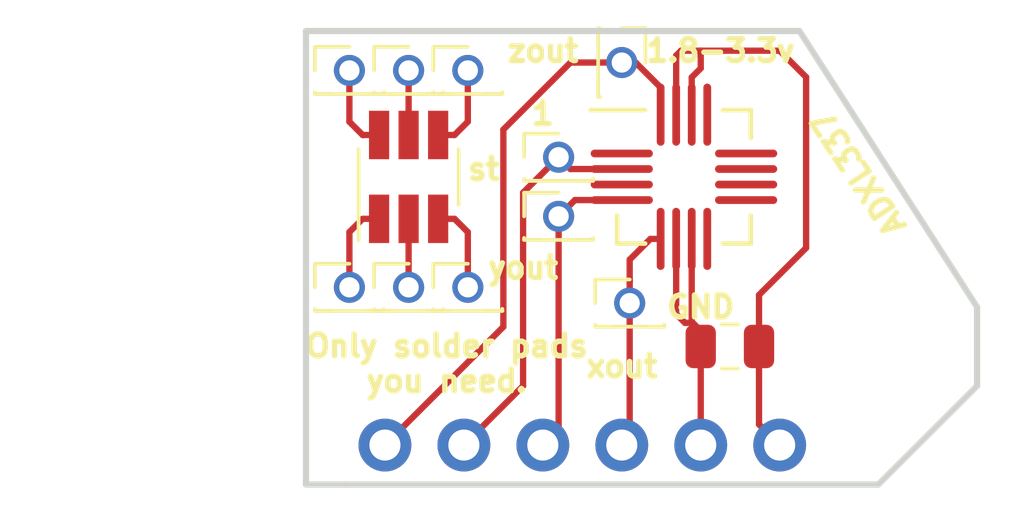
<source format=kicad_pcb>
(kicad_pcb (version 20171130) (host pcbnew 5.0.2+dfsg1-1~bpo9+1)

  (general
    (thickness 1.6002)
    (drawings 16)
    (tracks 57)
    (zones 0)
    (modules 21)
    (nets 1)
  )

  (page User 150.012 200)
  (title_block
    (title High-density-proto-board)
    (date "12 Jun 2014")
    (rev 0.10.a)
    (company "2014 - blog.spitzenpfeil.org")
  )

  (layers
    (0 Front signal)
    (31 Back signal)
    (36 B.SilkS user)
    (37 F.SilkS user)
    (38 B.Mask user)
    (39 F.Mask user)
    (44 Edge.Cuts user)
  )

  (setup
    (last_trace_width 0.2032)
    (user_trace_width 0.2032)
    (user_trace_width 0.3048)
    (user_trace_width 0.4064)
    (user_trace_width 0.508)
    (user_trace_width 0.762)
    (user_trace_width 1.016)
    (user_trace_width 1.27)
    (trace_clearance 0.2032)
    (zone_clearance 0.25)
    (zone_45_only no)
    (trace_min 0.2032)
    (segment_width 0.2)
    (edge_width 0.2)
    (via_size 0.635)
    (via_drill 0.3302)
    (via_min_size 0.635)
    (via_min_drill 0.3302)
    (uvia_size 0.508)
    (uvia_drill 0.127)
    (uvias_allowed no)
    (uvia_min_size 0.508)
    (uvia_min_drill 0.127)
    (pcb_text_width 0.2)
    (pcb_text_size 1 1)
    (mod_edge_width 0.2)
    (mod_text_size 1 1)
    (mod_text_width 0.2)
    (pad_size 1.76 0.65)
    (pad_drill 0)
    (pad_to_mask_clearance 0)
    (solder_mask_min_width 0.25)
    (aux_axis_origin 0 0)
    (visible_elements 7FFFFF7F)
    (pcbplotparams
      (layerselection 0x010f0_ffffffff)
      (usegerberextensions true)
      (usegerberattributes false)
      (usegerberadvancedattributes false)
      (creategerberjobfile false)
      (excludeedgelayer true)
      (linewidth 0.150000)
      (plotframeref false)
      (viasonmask false)
      (mode 1)
      (useauxorigin false)
      (hpglpennumber 1)
      (hpglpenspeed 20)
      (hpglpendiameter 15.000000)
      (psnegative false)
      (psa4output false)
      (plotreference true)
      (plotvalue true)
      (plotinvisibletext false)
      (padsonsilk false)
      (subtractmaskfromsilk true)
      (outputformat 1)
      (mirror false)
      (drillshape 0)
      (scaleselection 1)
      (outputdirectory "gerbers_rev1/"))
  )

  (net 0 "")

  (net_class Default "This is the default net class."
    (clearance 0.2032)
    (trace_width 0.4064)
    (via_dia 0.635)
    (via_drill 0.3302)
    (uvia_dia 0.508)
    (uvia_drill 0.127)
  )

  (module footprints:PinHeader_1x01_EDIT (layer Front) (tedit 5E955CE5) (tstamp 5E9573FA)
    (at 33.02 69.215)
    (descr "Through hole straight pin header, 1x01, 2.54mm pitch, single row")
    (tags "Through hole pin header THT 1x01 2.54mm single row")
    (fp_text reference REF** (at 0 -2.33) (layer F.SilkS) hide
      (effects (font (size 1 1) (thickness 0.15)))
    )
    (fp_text value PinHeader_1x01_P2.54mm_Vertical (at 0 2.33) (layer F.Fab)
      (effects (font (size 1 1) (thickness 0.15)))
    )
    (fp_line (start -0.635 -1.27) (end 1.27 -1.27) (layer F.Fab) (width 0.1))
    (fp_line (start 1.27 -1.27) (end 1.27 1.27) (layer F.Fab) (width 0.1))
    (fp_line (start -1.27 1.27) (end -1.27 -0.635) (layer F.Fab) (width 0.1))
    (fp_line (start -1.27 -0.635) (end -0.635 -1.27) (layer F.Fab) (width 0.1))
    (fp_line (start -1.8 -1.8) (end -1.8 1.8) (layer F.CrtYd) (width 0.05))
    (fp_line (start -1.8 1.8) (end 1.8 1.8) (layer F.CrtYd) (width 0.05))
    (fp_line (start 1.8 1.8) (end 1.8 -1.8) (layer F.CrtYd) (width 0.05))
    (fp_line (start 1.8 -1.8) (end -1.8 -1.8) (layer F.CrtYd) (width 0.05))
    (fp_text user %R (at 0 0 90) (layer F.Fab)
      (effects (font (size 1 1) (thickness 0.15)))
    )
    (pad 1 thru_hole oval (at 0 0) (size 1.7 1.7) (drill 1) (layers *.Cu *.Mask))
    (model ${KISYS3DMOD}/Connector_PinHeader_2.54mm.3dshapes/PinHeader_1x01_P2.54mm_Vertical.wrl
      (at (xyz 0 0 0))
      (scale (xyz 1 1 1))
      (rotate (xyz 0 0 0))
    )
  )

  (module footprints:PinHeader_1x01_EDIT (layer Front) (tedit 5E955CE5) (tstamp 5E9573E0)
    (at 35.56 69.215)
    (descr "Through hole straight pin header, 1x01, 2.54mm pitch, single row")
    (tags "Through hole pin header THT 1x01 2.54mm single row")
    (fp_text reference REF** (at 0 -2.33) (layer F.SilkS) hide
      (effects (font (size 1 1) (thickness 0.15)))
    )
    (fp_text value PinHeader_1x01_P2.54mm_Vertical (at 0 2.33) (layer F.Fab)
      (effects (font (size 1 1) (thickness 0.15)))
    )
    (fp_text user %R (at 0 0 90) (layer F.Fab)
      (effects (font (size 1 1) (thickness 0.15)))
    )
    (fp_line (start 1.8 -1.8) (end -1.8 -1.8) (layer F.CrtYd) (width 0.05))
    (fp_line (start 1.8 1.8) (end 1.8 -1.8) (layer F.CrtYd) (width 0.05))
    (fp_line (start -1.8 1.8) (end 1.8 1.8) (layer F.CrtYd) (width 0.05))
    (fp_line (start -1.8 -1.8) (end -1.8 1.8) (layer F.CrtYd) (width 0.05))
    (fp_line (start -1.27 -0.635) (end -0.635 -1.27) (layer F.Fab) (width 0.1))
    (fp_line (start -1.27 1.27) (end -1.27 -0.635) (layer F.Fab) (width 0.1))
    (fp_line (start 1.27 -1.27) (end 1.27 1.27) (layer F.Fab) (width 0.1))
    (fp_line (start -0.635 -1.27) (end 1.27 -1.27) (layer F.Fab) (width 0.1))
    (pad 1 thru_hole oval (at 0 0) (size 1.7 1.7) (drill 1) (layers *.Cu *.Mask))
    (model ${KISYS3DMOD}/Connector_PinHeader_2.54mm.3dshapes/PinHeader_1x01_P2.54mm_Vertical.wrl
      (at (xyz 0 0 0))
      (scale (xyz 1 1 1))
      (rotate (xyz 0 0 0))
    )
  )

  (module footprints:PinHeader_1x01_EDIT (layer Front) (tedit 5E955CE5) (tstamp 5E9572D4)
    (at 45.72 69.215)
    (descr "Through hole straight pin header, 1x01, 2.54mm pitch, single row")
    (tags "Through hole pin header THT 1x01 2.54mm single row")
    (fp_text reference REF** (at 0 -2.33) (layer F.SilkS) hide
      (effects (font (size 1 1) (thickness 0.15)))
    )
    (fp_text value PinHeader_1x01_P2.54mm_Vertical (at 0 2.33) (layer F.Fab)
      (effects (font (size 1 1) (thickness 0.15)))
    )
    (fp_line (start -0.635 -1.27) (end 1.27 -1.27) (layer F.Fab) (width 0.1))
    (fp_line (start 1.27 -1.27) (end 1.27 1.27) (layer F.Fab) (width 0.1))
    (fp_line (start -1.27 1.27) (end -1.27 -0.635) (layer F.Fab) (width 0.1))
    (fp_line (start -1.27 -0.635) (end -0.635 -1.27) (layer F.Fab) (width 0.1))
    (fp_line (start -1.8 -1.8) (end -1.8 1.8) (layer F.CrtYd) (width 0.05))
    (fp_line (start -1.8 1.8) (end 1.8 1.8) (layer F.CrtYd) (width 0.05))
    (fp_line (start 1.8 1.8) (end 1.8 -1.8) (layer F.CrtYd) (width 0.05))
    (fp_line (start 1.8 -1.8) (end -1.8 -1.8) (layer F.CrtYd) (width 0.05))
    (fp_text user %R (at 0 0 90) (layer F.Fab)
      (effects (font (size 1 1) (thickness 0.15)))
    )
    (pad 1 thru_hole oval (at 0 0) (size 1.7 1.7) (drill 1) (layers *.Cu *.Mask))
    (model ${KISYS3DMOD}/Connector_PinHeader_2.54mm.3dshapes/PinHeader_1x01_P2.54mm_Vertical.wrl
      (at (xyz 0 0 0))
      (scale (xyz 1 1 1))
      (rotate (xyz 0 0 0))
    )
  )

  (module footprints:PinHeader_1x01_EDIT (layer Front) (tedit 5E955CE5) (tstamp 5E9572BA)
    (at 43.18 69.215)
    (descr "Through hole straight pin header, 1x01, 2.54mm pitch, single row")
    (tags "Through hole pin header THT 1x01 2.54mm single row")
    (fp_text reference REF** (at 0 -2.33) (layer F.SilkS) hide
      (effects (font (size 1 1) (thickness 0.15)))
    )
    (fp_text value PinHeader_1x01_P2.54mm_Vertical (at 0 2.33) (layer F.Fab)
      (effects (font (size 1 1) (thickness 0.15)))
    )
    (fp_text user %R (at 0 0 90) (layer F.Fab)
      (effects (font (size 1 1) (thickness 0.15)))
    )
    (fp_line (start 1.8 -1.8) (end -1.8 -1.8) (layer F.CrtYd) (width 0.05))
    (fp_line (start 1.8 1.8) (end 1.8 -1.8) (layer F.CrtYd) (width 0.05))
    (fp_line (start -1.8 1.8) (end 1.8 1.8) (layer F.CrtYd) (width 0.05))
    (fp_line (start -1.8 -1.8) (end -1.8 1.8) (layer F.CrtYd) (width 0.05))
    (fp_line (start -1.27 -0.635) (end -0.635 -1.27) (layer F.Fab) (width 0.1))
    (fp_line (start -1.27 1.27) (end -1.27 -0.635) (layer F.Fab) (width 0.1))
    (fp_line (start 1.27 -1.27) (end 1.27 1.27) (layer F.Fab) (width 0.1))
    (fp_line (start -0.635 -1.27) (end 1.27 -1.27) (layer F.Fab) (width 0.1))
    (pad 1 thru_hole oval (at 0 0) (size 1.7 1.7) (drill 1) (layers *.Cu *.Mask))
    (model ${KISYS3DMOD}/Connector_PinHeader_2.54mm.3dshapes/PinHeader_1x01_P2.54mm_Vertical.wrl
      (at (xyz 0 0 0))
      (scale (xyz 1 1 1))
      (rotate (xyz 0 0 0))
    )
  )

  (module footprints:PinHeader_1x01_EDIT (layer Front) (tedit 5E955CE5) (tstamp 5E9572A0)
    (at 40.64 69.215)
    (descr "Through hole straight pin header, 1x01, 2.54mm pitch, single row")
    (tags "Through hole pin header THT 1x01 2.54mm single row")
    (fp_text reference REF** (at 0 -2.33) (layer F.SilkS) hide
      (effects (font (size 1 1) (thickness 0.15)))
    )
    (fp_text value PinHeader_1x01_P2.54mm_Vertical (at 0 2.33) (layer F.Fab)
      (effects (font (size 1 1) (thickness 0.15)))
    )
    (fp_line (start -0.635 -1.27) (end 1.27 -1.27) (layer F.Fab) (width 0.1))
    (fp_line (start 1.27 -1.27) (end 1.27 1.27) (layer F.Fab) (width 0.1))
    (fp_line (start -1.27 1.27) (end -1.27 -0.635) (layer F.Fab) (width 0.1))
    (fp_line (start -1.27 -0.635) (end -0.635 -1.27) (layer F.Fab) (width 0.1))
    (fp_line (start -1.8 -1.8) (end -1.8 1.8) (layer F.CrtYd) (width 0.05))
    (fp_line (start -1.8 1.8) (end 1.8 1.8) (layer F.CrtYd) (width 0.05))
    (fp_line (start 1.8 1.8) (end 1.8 -1.8) (layer F.CrtYd) (width 0.05))
    (fp_line (start 1.8 -1.8) (end -1.8 -1.8) (layer F.CrtYd) (width 0.05))
    (fp_text user %R (at 0 0 90) (layer F.Fab)
      (effects (font (size 1 1) (thickness 0.15)))
    )
    (pad 1 thru_hole oval (at 0 0) (size 1.7 1.7) (drill 1) (layers *.Cu *.Mask))
    (model ${KISYS3DMOD}/Connector_PinHeader_2.54mm.3dshapes/PinHeader_1x01_P2.54mm_Vertical.wrl
      (at (xyz 0 0 0))
      (scale (xyz 1 1 1))
      (rotate (xyz 0 0 0))
    )
  )

  (module Connector_PinHeader_1.27mm:PinHeader_1x01_P1.27mm_Vertical (layer Front) (tedit 5E804215) (tstamp 5E977E5E)
    (at 38.608 59.944)
    (descr "Through hole straight pin header, 1x01, 1.27mm pitch, single row")
    (tags "Through hole pin header THT 1x01 1.27mm single row")
    (fp_text reference REF** (at 0 -1.695) (layer F.SilkS) hide
      (effects (font (size 1 1) (thickness 0.15)))
    )
    (fp_text value PinHeader_1x01_P1.27mm_Vertical (at 0 1.695) (layer F.Fab)
      (effects (font (size 1 1) (thickness 0.15)))
    )
    (fp_line (start -0.525 -0.635) (end 1.05 -0.635) (layer F.Fab) (width 0.1))
    (fp_line (start 1.05 -0.635) (end 1.05 0.635) (layer F.Fab) (width 0.1))
    (fp_line (start 1.05 0.635) (end -1.05 0.635) (layer F.Fab) (width 0.1))
    (fp_line (start -1.05 0.635) (end -1.05 -0.11) (layer F.Fab) (width 0.1))
    (fp_line (start -1.05 -0.11) (end -0.525 -0.635) (layer F.Fab) (width 0.1))
    (fp_line (start -1.11 0.76) (end 1.11 0.76) (layer F.SilkS) (width 0.12))
    (fp_line (start -1.11 0.76) (end -1.11 0.695) (layer F.SilkS) (width 0.12))
    (fp_line (start 1.11 0.76) (end 1.11 0.695) (layer F.SilkS) (width 0.12))
    (fp_line (start -1.11 0.76) (end -0.563471 0.76) (layer F.SilkS) (width 0.12))
    (fp_line (start 0.563471 0.76) (end 1.11 0.76) (layer F.SilkS) (width 0.12))
    (fp_line (start -1.11 0) (end -1.11 -0.76) (layer F.SilkS) (width 0.12))
    (fp_line (start -1.11 -0.76) (end 0 -0.76) (layer F.SilkS) (width 0.12))
    (fp_line (start -1.55 -1.15) (end -1.55 1.15) (layer F.CrtYd) (width 0.05))
    (fp_line (start -1.55 1.15) (end 1.55 1.15) (layer F.CrtYd) (width 0.05))
    (fp_line (start 1.55 1.15) (end 1.55 -1.15) (layer F.CrtYd) (width 0.05))
    (fp_line (start 1.55 -1.15) (end -1.55 -1.15) (layer F.CrtYd) (width 0.05))
    (fp_text user %R (at 0 0 90) (layer F.Fab)
      (effects (font (size 1 1) (thickness 0.15)))
    )
    (pad 1 thru_hole oval (at 0 0) (size 1 1) (drill 0.65) (layers *.Cu *.Mask))
    (model ${KISYS3DMOD}/Connector_PinHeader_1.27mm.3dshapes/PinHeader_1x01_P1.27mm_Vertical.wrl
      (at (xyz 0 0 0))
      (scale (xyz 1 1 1))
      (rotate (xyz 0 0 0))
    )
  )

  (module Connector_PinHeader_1.27mm:PinHeader_1x01_P1.27mm_Vertical (layer Front) (tedit 5E804215) (tstamp 5E977E2E)
    (at 40.64 56.896 270)
    (descr "Through hole straight pin header, 1x01, 1.27mm pitch, single row")
    (tags "Through hole pin header THT 1x01 1.27mm single row")
    (fp_text reference REF** (at 0 -1.695 270) (layer F.SilkS) hide
      (effects (font (size 1 1) (thickness 0.15)))
    )
    (fp_text value PinHeader_1x01_P1.27mm_Vertical (at 0 1.695 270) (layer F.Fab)
      (effects (font (size 1 1) (thickness 0.15)))
    )
    (fp_text user %R (at 0 0) (layer F.Fab)
      (effects (font (size 1 1) (thickness 0.15)))
    )
    (fp_line (start 1.55 -1.15) (end -1.55 -1.15) (layer F.CrtYd) (width 0.05))
    (fp_line (start 1.55 1.15) (end 1.55 -1.15) (layer F.CrtYd) (width 0.05))
    (fp_line (start -1.55 1.15) (end 1.55 1.15) (layer F.CrtYd) (width 0.05))
    (fp_line (start -1.55 -1.15) (end -1.55 1.15) (layer F.CrtYd) (width 0.05))
    (fp_line (start -1.11 -0.76) (end 0 -0.76) (layer F.SilkS) (width 0.12))
    (fp_line (start -1.11 0) (end -1.11 -0.76) (layer F.SilkS) (width 0.12))
    (fp_line (start 0.563471 0.76) (end 1.11 0.76) (layer F.SilkS) (width 0.12))
    (fp_line (start -1.11 0.76) (end -0.563471 0.76) (layer F.SilkS) (width 0.12))
    (fp_line (start 1.11 0.76) (end 1.11 0.695) (layer F.SilkS) (width 0.12))
    (fp_line (start -1.11 0.76) (end -1.11 0.695) (layer F.SilkS) (width 0.12))
    (fp_line (start -1.11 0.76) (end 1.11 0.76) (layer F.SilkS) (width 0.12))
    (fp_line (start -1.05 -0.11) (end -0.525 -0.635) (layer F.Fab) (width 0.1))
    (fp_line (start -1.05 0.635) (end -1.05 -0.11) (layer F.Fab) (width 0.1))
    (fp_line (start 1.05 0.635) (end -1.05 0.635) (layer F.Fab) (width 0.1))
    (fp_line (start 1.05 -0.635) (end 1.05 0.635) (layer F.Fab) (width 0.1))
    (fp_line (start -0.525 -0.635) (end 1.05 -0.635) (layer F.Fab) (width 0.1))
    (pad 1 thru_hole oval (at 0 0 270) (size 1 1) (drill 0.65) (layers *.Cu *.Mask))
    (model ${KISYS3DMOD}/Connector_PinHeader_1.27mm.3dshapes/PinHeader_1x01_P1.27mm_Vertical.wrl
      (at (xyz 0 0 0))
      (scale (xyz 1 1 1))
      (rotate (xyz 0 0 0))
    )
  )

  (module Connector_PinHeader_1.27mm:PinHeader_1x01_P1.27mm_Vertical (layer Front) (tedit 5E804215) (tstamp 5E977E04)
    (at 40.894 64.643)
    (descr "Through hole straight pin header, 1x01, 1.27mm pitch, single row")
    (tags "Through hole pin header THT 1x01 1.27mm single row")
    (fp_text reference REF** (at 0 -1.695) (layer F.SilkS) hide
      (effects (font (size 1 1) (thickness 0.15)))
    )
    (fp_text value PinHeader_1x01_P1.27mm_Vertical (at 0 1.695) (layer F.Fab)
      (effects (font (size 1 1) (thickness 0.15)))
    )
    (fp_line (start -0.525 -0.635) (end 1.05 -0.635) (layer F.Fab) (width 0.1))
    (fp_line (start 1.05 -0.635) (end 1.05 0.635) (layer F.Fab) (width 0.1))
    (fp_line (start 1.05 0.635) (end -1.05 0.635) (layer F.Fab) (width 0.1))
    (fp_line (start -1.05 0.635) (end -1.05 -0.11) (layer F.Fab) (width 0.1))
    (fp_line (start -1.05 -0.11) (end -0.525 -0.635) (layer F.Fab) (width 0.1))
    (fp_line (start -1.11 0.76) (end 1.11 0.76) (layer F.SilkS) (width 0.12))
    (fp_line (start -1.11 0.76) (end -1.11 0.695) (layer F.SilkS) (width 0.12))
    (fp_line (start 1.11 0.76) (end 1.11 0.695) (layer F.SilkS) (width 0.12))
    (fp_line (start -1.11 0.76) (end -0.563471 0.76) (layer F.SilkS) (width 0.12))
    (fp_line (start 0.563471 0.76) (end 1.11 0.76) (layer F.SilkS) (width 0.12))
    (fp_line (start -1.11 0) (end -1.11 -0.76) (layer F.SilkS) (width 0.12))
    (fp_line (start -1.11 -0.76) (end 0 -0.76) (layer F.SilkS) (width 0.12))
    (fp_line (start -1.55 -1.15) (end -1.55 1.15) (layer F.CrtYd) (width 0.05))
    (fp_line (start -1.55 1.15) (end 1.55 1.15) (layer F.CrtYd) (width 0.05))
    (fp_line (start 1.55 1.15) (end 1.55 -1.15) (layer F.CrtYd) (width 0.05))
    (fp_line (start 1.55 -1.15) (end -1.55 -1.15) (layer F.CrtYd) (width 0.05))
    (fp_text user %R (at 0 0 90) (layer F.Fab)
      (effects (font (size 1 1) (thickness 0.15)))
    )
    (pad 1 thru_hole oval (at 0 0) (size 1 1) (drill 0.65) (layers *.Cu *.Mask))
    (model ${KISYS3DMOD}/Connector_PinHeader_1.27mm.3dshapes/PinHeader_1x01_P1.27mm_Vertical.wrl
      (at (xyz 0 0 0))
      (scale (xyz 1 1 1))
      (rotate (xyz 0 0 0))
    )
  )

  (module Connector_PinHeader_1.27mm:PinHeader_1x01_P1.27mm_Vertical (layer Front) (tedit 5E804215) (tstamp 5E977DD9)
    (at 38.608 61.849)
    (descr "Through hole straight pin header, 1x01, 1.27mm pitch, single row")
    (tags "Through hole pin header THT 1x01 1.27mm single row")
    (fp_text reference REF** (at 0 -1.695) (layer F.SilkS) hide
      (effects (font (size 1 1) (thickness 0.15)))
    )
    (fp_text value PinHeader_1x01_P1.27mm_Vertical (at 0 1.695) (layer F.Fab)
      (effects (font (size 1 1) (thickness 0.15)))
    )
    (fp_line (start -0.525 -0.635) (end 1.05 -0.635) (layer F.Fab) (width 0.1))
    (fp_line (start 1.05 -0.635) (end 1.05 0.635) (layer F.Fab) (width 0.1))
    (fp_line (start 1.05 0.635) (end -1.05 0.635) (layer F.Fab) (width 0.1))
    (fp_line (start -1.05 0.635) (end -1.05 -0.11) (layer F.Fab) (width 0.1))
    (fp_line (start -1.05 -0.11) (end -0.525 -0.635) (layer F.Fab) (width 0.1))
    (fp_line (start -1.11 0.76) (end 1.11 0.76) (layer F.SilkS) (width 0.12))
    (fp_line (start -1.11 0.76) (end -1.11 0.695) (layer F.SilkS) (width 0.12))
    (fp_line (start 1.11 0.76) (end 1.11 0.695) (layer F.SilkS) (width 0.12))
    (fp_line (start -1.11 0.76) (end -0.563471 0.76) (layer F.SilkS) (width 0.12))
    (fp_line (start 0.563471 0.76) (end 1.11 0.76) (layer F.SilkS) (width 0.12))
    (fp_line (start -1.11 0) (end -1.11 -0.76) (layer F.SilkS) (width 0.12))
    (fp_line (start -1.11 -0.76) (end 0 -0.76) (layer F.SilkS) (width 0.12))
    (fp_line (start -1.55 -1.15) (end -1.55 1.15) (layer F.CrtYd) (width 0.05))
    (fp_line (start -1.55 1.15) (end 1.55 1.15) (layer F.CrtYd) (width 0.05))
    (fp_line (start 1.55 1.15) (end 1.55 -1.15) (layer F.CrtYd) (width 0.05))
    (fp_line (start 1.55 -1.15) (end -1.55 -1.15) (layer F.CrtYd) (width 0.05))
    (fp_text user %R (at 0 0 90) (layer F.Fab)
      (effects (font (size 1 1) (thickness 0.15)))
    )
    (pad 1 thru_hole oval (at 0 0) (size 1 1) (drill 0.65) (layers *.Cu *.Mask))
    (model ${KISYS3DMOD}/Connector_PinHeader_1.27mm.3dshapes/PinHeader_1x01_P1.27mm_Vertical.wrl
      (at (xyz 0 0 0))
      (scale (xyz 1 1 1))
      (rotate (xyz 0 0 0))
    )
  )

  (module Connector_PinHeader_1.27mm:PinHeader_1x01_P1.27mm_Vertical (layer Front) (tedit 5E804215) (tstamp 5E958158)
    (at 35.687 57.15)
    (descr "Through hole straight pin header, 1x01, 1.27mm pitch, single row")
    (tags "Through hole pin header THT 1x01 1.27mm single row")
    (fp_text reference REF** (at 0 -1.695) (layer F.SilkS) hide
      (effects (font (size 1 1) (thickness 0.15)))
    )
    (fp_text value PinHeader_1x01_P1.27mm_Vertical (at 0 1.695) (layer F.Fab)
      (effects (font (size 1 1) (thickness 0.15)))
    )
    (fp_text user %R (at 0 0 90) (layer F.Fab)
      (effects (font (size 1 1) (thickness 0.15)))
    )
    (fp_line (start 1.55 -1.15) (end -1.55 -1.15) (layer F.CrtYd) (width 0.05))
    (fp_line (start 1.55 1.15) (end 1.55 -1.15) (layer F.CrtYd) (width 0.05))
    (fp_line (start -1.55 1.15) (end 1.55 1.15) (layer F.CrtYd) (width 0.05))
    (fp_line (start -1.55 -1.15) (end -1.55 1.15) (layer F.CrtYd) (width 0.05))
    (fp_line (start -1.11 -0.76) (end 0 -0.76) (layer F.SilkS) (width 0.12))
    (fp_line (start -1.11 0) (end -1.11 -0.76) (layer F.SilkS) (width 0.12))
    (fp_line (start 0.563471 0.76) (end 1.11 0.76) (layer F.SilkS) (width 0.12))
    (fp_line (start -1.11 0.76) (end -0.563471 0.76) (layer F.SilkS) (width 0.12))
    (fp_line (start 1.11 0.76) (end 1.11 0.695) (layer F.SilkS) (width 0.12))
    (fp_line (start -1.11 0.76) (end -1.11 0.695) (layer F.SilkS) (width 0.12))
    (fp_line (start -1.11 0.76) (end 1.11 0.76) (layer F.SilkS) (width 0.12))
    (fp_line (start -1.05 -0.11) (end -0.525 -0.635) (layer F.Fab) (width 0.1))
    (fp_line (start -1.05 0.635) (end -1.05 -0.11) (layer F.Fab) (width 0.1))
    (fp_line (start 1.05 0.635) (end -1.05 0.635) (layer F.Fab) (width 0.1))
    (fp_line (start 1.05 -0.635) (end 1.05 0.635) (layer F.Fab) (width 0.1))
    (fp_line (start -0.525 -0.635) (end 1.05 -0.635) (layer F.Fab) (width 0.1))
    (pad 1 thru_hole oval (at 0 0) (size 1 1) (drill 0.65) (layers *.Cu *.Mask))
    (model ${KISYS3DMOD}/Connector_PinHeader_1.27mm.3dshapes/PinHeader_1x01_P1.27mm_Vertical.wrl
      (at (xyz 0 0 0))
      (scale (xyz 1 1 1))
      (rotate (xyz 0 0 0))
    )
  )

  (module Connector_PinHeader_1.27mm:PinHeader_1x01_P1.27mm_Vertical (layer Front) (tedit 5E804215) (tstamp 5E95812E)
    (at 33.782 57.15)
    (descr "Through hole straight pin header, 1x01, 1.27mm pitch, single row")
    (tags "Through hole pin header THT 1x01 1.27mm single row")
    (fp_text reference REF** (at 0 -1.695) (layer F.SilkS) hide
      (effects (font (size 1 1) (thickness 0.15)))
    )
    (fp_text value PinHeader_1x01_P1.27mm_Vertical (at 0 1.695) (layer F.Fab)
      (effects (font (size 1 1) (thickness 0.15)))
    )
    (fp_line (start -0.525 -0.635) (end 1.05 -0.635) (layer F.Fab) (width 0.1))
    (fp_line (start 1.05 -0.635) (end 1.05 0.635) (layer F.Fab) (width 0.1))
    (fp_line (start 1.05 0.635) (end -1.05 0.635) (layer F.Fab) (width 0.1))
    (fp_line (start -1.05 0.635) (end -1.05 -0.11) (layer F.Fab) (width 0.1))
    (fp_line (start -1.05 -0.11) (end -0.525 -0.635) (layer F.Fab) (width 0.1))
    (fp_line (start -1.11 0.76) (end 1.11 0.76) (layer F.SilkS) (width 0.12))
    (fp_line (start -1.11 0.76) (end -1.11 0.695) (layer F.SilkS) (width 0.12))
    (fp_line (start 1.11 0.76) (end 1.11 0.695) (layer F.SilkS) (width 0.12))
    (fp_line (start -1.11 0.76) (end -0.563471 0.76) (layer F.SilkS) (width 0.12))
    (fp_line (start 0.563471 0.76) (end 1.11 0.76) (layer F.SilkS) (width 0.12))
    (fp_line (start -1.11 0) (end -1.11 -0.76) (layer F.SilkS) (width 0.12))
    (fp_line (start -1.11 -0.76) (end 0 -0.76) (layer F.SilkS) (width 0.12))
    (fp_line (start -1.55 -1.15) (end -1.55 1.15) (layer F.CrtYd) (width 0.05))
    (fp_line (start -1.55 1.15) (end 1.55 1.15) (layer F.CrtYd) (width 0.05))
    (fp_line (start 1.55 1.15) (end 1.55 -1.15) (layer F.CrtYd) (width 0.05))
    (fp_line (start 1.55 -1.15) (end -1.55 -1.15) (layer F.CrtYd) (width 0.05))
    (fp_text user %R (at 0 0 90) (layer F.Fab)
      (effects (font (size 1 1) (thickness 0.15)))
    )
    (pad 1 thru_hole oval (at 0 0) (size 1 1) (drill 0.65) (layers *.Cu *.Mask))
    (model ${KISYS3DMOD}/Connector_PinHeader_1.27mm.3dshapes/PinHeader_1x01_P1.27mm_Vertical.wrl
      (at (xyz 0 0 0))
      (scale (xyz 1 1 1))
      (rotate (xyz 0 0 0))
    )
  )

  (module Connector_PinHeader_1.27mm:PinHeader_1x01_P1.27mm_Vertical (layer Front) (tedit 5E804215) (tstamp 5E958104)
    (at 31.877 57.15)
    (descr "Through hole straight pin header, 1x01, 1.27mm pitch, single row")
    (tags "Through hole pin header THT 1x01 1.27mm single row")
    (fp_text reference REF** (at 0 -1.695) (layer F.SilkS) hide
      (effects (font (size 1 1) (thickness 0.15)))
    )
    (fp_text value PinHeader_1x01_P1.27mm_Vertical (at 0 1.695) (layer F.Fab)
      (effects (font (size 1 1) (thickness 0.15)))
    )
    (fp_text user %R (at 0 0 90) (layer F.Fab)
      (effects (font (size 1 1) (thickness 0.15)))
    )
    (fp_line (start 1.55 -1.15) (end -1.55 -1.15) (layer F.CrtYd) (width 0.05))
    (fp_line (start 1.55 1.15) (end 1.55 -1.15) (layer F.CrtYd) (width 0.05))
    (fp_line (start -1.55 1.15) (end 1.55 1.15) (layer F.CrtYd) (width 0.05))
    (fp_line (start -1.55 -1.15) (end -1.55 1.15) (layer F.CrtYd) (width 0.05))
    (fp_line (start -1.11 -0.76) (end 0 -0.76) (layer F.SilkS) (width 0.12))
    (fp_line (start -1.11 0) (end -1.11 -0.76) (layer F.SilkS) (width 0.12))
    (fp_line (start 0.563471 0.76) (end 1.11 0.76) (layer F.SilkS) (width 0.12))
    (fp_line (start -1.11 0.76) (end -0.563471 0.76) (layer F.SilkS) (width 0.12))
    (fp_line (start 1.11 0.76) (end 1.11 0.695) (layer F.SilkS) (width 0.12))
    (fp_line (start -1.11 0.76) (end -1.11 0.695) (layer F.SilkS) (width 0.12))
    (fp_line (start -1.11 0.76) (end 1.11 0.76) (layer F.SilkS) (width 0.12))
    (fp_line (start -1.05 -0.11) (end -0.525 -0.635) (layer F.Fab) (width 0.1))
    (fp_line (start -1.05 0.635) (end -1.05 -0.11) (layer F.Fab) (width 0.1))
    (fp_line (start 1.05 0.635) (end -1.05 0.635) (layer F.Fab) (width 0.1))
    (fp_line (start 1.05 -0.635) (end 1.05 0.635) (layer F.Fab) (width 0.1))
    (fp_line (start -0.525 -0.635) (end 1.05 -0.635) (layer F.Fab) (width 0.1))
    (pad 1 thru_hole oval (at 0 0) (size 1 1) (drill 0.65) (layers *.Cu *.Mask))
    (model ${KISYS3DMOD}/Connector_PinHeader_1.27mm.3dshapes/PinHeader_1x01_P1.27mm_Vertical.wrl
      (at (xyz 0 0 0))
      (scale (xyz 1 1 1))
      (rotate (xyz 0 0 0))
    )
  )

  (module Connector_PinHeader_1.27mm:PinHeader_1x01_P1.27mm_Vertical (layer Front) (tedit 5E804215) (tstamp 5E9580D9)
    (at 35.687 64.135)
    (descr "Through hole straight pin header, 1x01, 1.27mm pitch, single row")
    (tags "Through hole pin header THT 1x01 1.27mm single row")
    (fp_text reference REF** (at 0 -1.695) (layer F.SilkS) hide
      (effects (font (size 1 1) (thickness 0.15)))
    )
    (fp_text value PinHeader_1x01_P1.27mm_Vertical (at 0 1.695) (layer F.Fab)
      (effects (font (size 1 1) (thickness 0.15)))
    )
    (fp_line (start -0.525 -0.635) (end 1.05 -0.635) (layer F.Fab) (width 0.1))
    (fp_line (start 1.05 -0.635) (end 1.05 0.635) (layer F.Fab) (width 0.1))
    (fp_line (start 1.05 0.635) (end -1.05 0.635) (layer F.Fab) (width 0.1))
    (fp_line (start -1.05 0.635) (end -1.05 -0.11) (layer F.Fab) (width 0.1))
    (fp_line (start -1.05 -0.11) (end -0.525 -0.635) (layer F.Fab) (width 0.1))
    (fp_line (start -1.11 0.76) (end 1.11 0.76) (layer F.SilkS) (width 0.12))
    (fp_line (start -1.11 0.76) (end -1.11 0.695) (layer F.SilkS) (width 0.12))
    (fp_line (start 1.11 0.76) (end 1.11 0.695) (layer F.SilkS) (width 0.12))
    (fp_line (start -1.11 0.76) (end -0.563471 0.76) (layer F.SilkS) (width 0.12))
    (fp_line (start 0.563471 0.76) (end 1.11 0.76) (layer F.SilkS) (width 0.12))
    (fp_line (start -1.11 0) (end -1.11 -0.76) (layer F.SilkS) (width 0.12))
    (fp_line (start -1.11 -0.76) (end 0 -0.76) (layer F.SilkS) (width 0.12))
    (fp_line (start -1.55 -1.15) (end -1.55 1.15) (layer F.CrtYd) (width 0.05))
    (fp_line (start -1.55 1.15) (end 1.55 1.15) (layer F.CrtYd) (width 0.05))
    (fp_line (start 1.55 1.15) (end 1.55 -1.15) (layer F.CrtYd) (width 0.05))
    (fp_line (start 1.55 -1.15) (end -1.55 -1.15) (layer F.CrtYd) (width 0.05))
    (fp_text user %R (at 0 0 90) (layer F.Fab)
      (effects (font (size 1 1) (thickness 0.15)))
    )
    (pad 1 thru_hole oval (at 0 0) (size 1 1) (drill 0.65) (layers *.Cu *.Mask))
    (model ${KISYS3DMOD}/Connector_PinHeader_1.27mm.3dshapes/PinHeader_1x01_P1.27mm_Vertical.wrl
      (at (xyz 0 0 0))
      (scale (xyz 1 1 1))
      (rotate (xyz 0 0 0))
    )
  )

  (module Connector_PinHeader_1.27mm:PinHeader_1x01_P1.27mm_Vertical (layer Front) (tedit 5E804215) (tstamp 5E9580AF)
    (at 33.782 64.135)
    (descr "Through hole straight pin header, 1x01, 1.27mm pitch, single row")
    (tags "Through hole pin header THT 1x01 1.27mm single row")
    (fp_text reference REF** (at 0 -1.695) (layer F.SilkS) hide
      (effects (font (size 1 1) (thickness 0.15)))
    )
    (fp_text value PinHeader_1x01_P1.27mm_Vertical (at 0 1.695) (layer F.Fab)
      (effects (font (size 1 1) (thickness 0.15)))
    )
    (fp_text user %R (at 0 0 90) (layer F.Fab)
      (effects (font (size 1 1) (thickness 0.15)))
    )
    (fp_line (start 1.55 -1.15) (end -1.55 -1.15) (layer F.CrtYd) (width 0.05))
    (fp_line (start 1.55 1.15) (end 1.55 -1.15) (layer F.CrtYd) (width 0.05))
    (fp_line (start -1.55 1.15) (end 1.55 1.15) (layer F.CrtYd) (width 0.05))
    (fp_line (start -1.55 -1.15) (end -1.55 1.15) (layer F.CrtYd) (width 0.05))
    (fp_line (start -1.11 -0.76) (end 0 -0.76) (layer F.SilkS) (width 0.12))
    (fp_line (start -1.11 0) (end -1.11 -0.76) (layer F.SilkS) (width 0.12))
    (fp_line (start 0.563471 0.76) (end 1.11 0.76) (layer F.SilkS) (width 0.12))
    (fp_line (start -1.11 0.76) (end -0.563471 0.76) (layer F.SilkS) (width 0.12))
    (fp_line (start 1.11 0.76) (end 1.11 0.695) (layer F.SilkS) (width 0.12))
    (fp_line (start -1.11 0.76) (end -1.11 0.695) (layer F.SilkS) (width 0.12))
    (fp_line (start -1.11 0.76) (end 1.11 0.76) (layer F.SilkS) (width 0.12))
    (fp_line (start -1.05 -0.11) (end -0.525 -0.635) (layer F.Fab) (width 0.1))
    (fp_line (start -1.05 0.635) (end -1.05 -0.11) (layer F.Fab) (width 0.1))
    (fp_line (start 1.05 0.635) (end -1.05 0.635) (layer F.Fab) (width 0.1))
    (fp_line (start 1.05 -0.635) (end 1.05 0.635) (layer F.Fab) (width 0.1))
    (fp_line (start -0.525 -0.635) (end 1.05 -0.635) (layer F.Fab) (width 0.1))
    (pad 1 thru_hole oval (at 0 0) (size 1 1) (drill 0.65) (layers *.Cu *.Mask))
    (model ${KISYS3DMOD}/Connector_PinHeader_1.27mm.3dshapes/PinHeader_1x01_P1.27mm_Vertical.wrl
      (at (xyz 0 0 0))
      (scale (xyz 1 1 1))
      (rotate (xyz 0 0 0))
    )
  )

  (module Connector_PinHeader_1.27mm:PinHeader_1x01_P1.27mm_Vertical (layer Front) (tedit 5E804215) (tstamp 5E958082)
    (at 31.877 64.135)
    (descr "Through hole straight pin header, 1x01, 1.27mm pitch, single row")
    (tags "Through hole pin header THT 1x01 1.27mm single row")
    (fp_text reference REF** (at 0 -1.695) (layer F.SilkS) hide
      (effects (font (size 1 1) (thickness 0.15)))
    )
    (fp_text value PinHeader_1x01_P1.27mm_Vertical (at 0 1.695) (layer F.Fab)
      (effects (font (size 1 1) (thickness 0.15)))
    )
    (fp_line (start -0.525 -0.635) (end 1.05 -0.635) (layer F.Fab) (width 0.1))
    (fp_line (start 1.05 -0.635) (end 1.05 0.635) (layer F.Fab) (width 0.1))
    (fp_line (start 1.05 0.635) (end -1.05 0.635) (layer F.Fab) (width 0.1))
    (fp_line (start -1.05 0.635) (end -1.05 -0.11) (layer F.Fab) (width 0.1))
    (fp_line (start -1.05 -0.11) (end -0.525 -0.635) (layer F.Fab) (width 0.1))
    (fp_line (start -1.11 0.76) (end 1.11 0.76) (layer F.SilkS) (width 0.12))
    (fp_line (start -1.11 0.76) (end -1.11 0.695) (layer F.SilkS) (width 0.12))
    (fp_line (start 1.11 0.76) (end 1.11 0.695) (layer F.SilkS) (width 0.12))
    (fp_line (start -1.11 0.76) (end -0.563471 0.76) (layer F.SilkS) (width 0.12))
    (fp_line (start 0.563471 0.76) (end 1.11 0.76) (layer F.SilkS) (width 0.12))
    (fp_line (start -1.11 0) (end -1.11 -0.76) (layer F.SilkS) (width 0.12))
    (fp_line (start -1.11 -0.76) (end 0 -0.76) (layer F.SilkS) (width 0.12))
    (fp_line (start -1.55 -1.15) (end -1.55 1.15) (layer F.CrtYd) (width 0.05))
    (fp_line (start -1.55 1.15) (end 1.55 1.15) (layer F.CrtYd) (width 0.05))
    (fp_line (start 1.55 1.15) (end 1.55 -1.15) (layer F.CrtYd) (width 0.05))
    (fp_line (start 1.55 -1.15) (end -1.55 -1.15) (layer F.CrtYd) (width 0.05))
    (fp_text user %R (at 0 0 90) (layer F.Fab)
      (effects (font (size 1 1) (thickness 0.15)))
    )
    (pad 1 thru_hole oval (at 0 0) (size 1 1) (drill 0.65) (layers *.Cu *.Mask))
    (model ${KISYS3DMOD}/Connector_PinHeader_1.27mm.3dshapes/PinHeader_1x01_P1.27mm_Vertical.wrl
      (at (xyz 0 0 0))
      (scale (xyz 1 1 1))
      (rotate (xyz 0 0 0))
    )
  )

  (module MountingHole:MountingHole_4.3mm_M4 (layer Front) (tedit 5E6DC4FF) (tstamp 5E79B29C)
    (at 49.022 65.786)
    (descr "Mounting Hole 4.3mm, no annular, M4")
    (tags "mounting hole 4.3mm no annular m4")
    (attr virtual)
    (fp_text reference REF** (at 0 -5.3) (layer F.SilkS) hide
      (effects (font (size 1 1) (thickness 0.15)))
    )
    (fp_text value MountingHole_4.3mm_M4 (at 0 5.3) (layer F.Fab)
      (effects (font (size 1 1) (thickness 0.15)))
    )
    (fp_circle (center 0 0) (end 4.55 0) (layer F.CrtYd) (width 0.05))
    (fp_circle (center 0 0) (end 4.3 0) (layer Cmts.User) (width 0.15))
    (fp_text user %R (at 0.3 0) (layer F.Fab)
      (effects (font (size 1 1) (thickness 0.15)))
    )
    (pad 1 np_thru_hole circle (at 0 0) (size 4.3 4.3) (drill 4.3) (layers *.Cu *.Mask))
  )

  (module my_parts:MADW__SIL-1 (layer Front) (tedit 5398BCDC) (tstamp 5398C661)
    (at 22.86 66.04)
    (tags "CONN DEV")
    (fp_text reference P? (at 0 -2.032) (layer F.SilkS) hide
      (effects (font (size 1 1) (thickness 0.2)))
    )
    (fp_text value VAL** (at 0 2.286) (layer F.SilkS) hide
      (effects (font (size 1 1) (thickness 0.2)))
    )
  )

  (module Package_TO_SOT_SMD:SOT-23-6_Handsoldering (layer Front) (tedit 5E955025) (tstamp 5E958080)
    (at 33.782 60.579 90)
    (descr "6-pin SOT-23 package, Handsoldering")
    (tags "SOT-23-6 Handsoldering")
    (attr smd)
    (fp_text reference REF** (at 0 -2.9 90) (layer F.SilkS) hide
      (effects (font (size 1 1) (thickness 0.15)))
    )
    (fp_text value SOT-23-6_Handsoldering (at 0 2.9 90) (layer F.Fab)
      (effects (font (size 1 1) (thickness 0.15)))
    )
    (fp_line (start 0.9 -1.55) (end 0.9 1.55) (layer F.Fab) (width 0.1))
    (fp_line (start 0.9 1.55) (end -0.9 1.55) (layer F.Fab) (width 0.1))
    (fp_line (start -0.9 -0.9) (end -0.9 1.55) (layer F.Fab) (width 0.1))
    (fp_line (start 0.9 -1.55) (end -0.25 -1.55) (layer F.Fab) (width 0.1))
    (fp_line (start -0.9 -0.9) (end -0.25 -1.55) (layer F.Fab) (width 0.1))
    (fp_line (start -2.4 -1.8) (end 2.4 -1.8) (layer F.CrtYd) (width 0.05))
    (fp_line (start 2.4 -1.8) (end 2.4 1.8) (layer F.CrtYd) (width 0.05))
    (fp_line (start 2.4 1.8) (end -2.4 1.8) (layer F.CrtYd) (width 0.05))
    (fp_line (start -2.4 1.8) (end -2.4 -1.8) (layer F.CrtYd) (width 0.05))
    (fp_line (start 0.9 -1.61) (end -2.05 -1.61) (layer F.SilkS) (width 0.12))
    (fp_line (start -0.9 1.61) (end 0.9 1.61) (layer F.SilkS) (width 0.12))
    (fp_text user %R (at 0 0 180) (layer F.Fab)
      (effects (font (size 0.5 0.5) (thickness 0.075)))
    )
    (pad 5 smd rect (at 1.35 0 90) (size 1.56 0.65) (layers Front F.Paste F.Mask))
    (pad 6 smd rect (at 1.35 -0.95 90) (size 1.56 0.65) (layers Front F.Paste F.Mask))
    (pad 4 smd rect (at 1.35 0.95 90) (size 1.56 0.65) (layers Front F.Paste F.Mask))
    (pad 3 smd rect (at -1.35 0.95 90) (size 1.56 0.65) (layers Front F.Paste F.Mask))
    (pad 2 smd rect (at -1.35 0 90) (size 1.56 0.65) (layers Front F.Paste F.Mask))
    (pad 1 smd rect (at -1.35 -0.95 90) (size 1.56 0.65) (layers Front F.Paste F.Mask))
    (model ${KISYS3DMOD}/Package_TO_SOT_SMD.3dshapes/SOT-23-6.wrl
      (at (xyz 0 0 0))
      (scale (xyz 1 1 1))
      (rotate (xyz 0 0 0))
    )
  )

  (module footprintslocal:QFN-16_4x4_Pitch0.5mm_ADXL_test1 (layer Front) (tedit 5E9558B8) (tstamp 5E971A9D)
    (at 42.64 60.575)
    (attr smd)
    (fp_text reference REF353 (at 0 -4) (layer F.SilkS) hide
      (effects (font (size 1 1) (thickness 0.15)))
    )
    (fp_text value QFN-16_4x4_Pitch0.5mm (at 0 4) (layer F.Fab)
      (effects (font (size 1 1) (thickness 0.15)))
    )
    (fp_line (start -1 -2) (end -2 -1) (layer F.Fab) (width 0.15))
    (fp_line (start -2 -1) (end -2 2) (layer F.Fab) (width 0.15))
    (fp_line (start -2 2) (end 2 2) (layer F.Fab) (width 0.15))
    (fp_line (start 2 2) (end 2 -2) (layer F.Fab) (width 0.15))
    (fp_line (start 2 -2) (end -1 -2) (layer F.Fab) (width 0.15))
    (fp_line (start 1.25 -2.15) (end 2.15 -2.15) (layer F.SilkS) (width 0.15))
    (fp_line (start 2.15 -2.15) (end 2.15 -1.25) (layer F.SilkS) (width 0.15))
    (fp_line (start 1.25 2.15) (end 2.15 2.15) (layer F.SilkS) (width 0.15))
    (fp_line (start 2.15 2.15) (end 2.15 1.25) (layer F.SilkS) (width 0.15))
    (fp_line (start -1.25 2.15) (end -2.15 2.15) (layer F.SilkS) (width 0.15))
    (fp_line (start -2.15 2.15) (end -2.15 1.25) (layer F.SilkS) (width 0.15))
    (fp_line (start -1.25 -2.15) (end -3 -2.15) (layer F.SilkS) (width 0.15))
    (fp_line (start -3.25 -3.25) (end 3.25 -3.25) (layer F.CrtYd) (width 0.05))
    (fp_line (start 3.25 -3.25) (end 3.25 3.25) (layer F.CrtYd) (width 0.05))
    (fp_line (start 3.25 3.25) (end -3.25 3.25) (layer F.CrtYd) (width 0.05))
    (fp_line (start -3.25 3.25) (end -3.25 -3.25) (layer F.CrtYd) (width 0.05))
    (pad 1 smd oval (at -2 -0.75 90) (size 0.25 2) (layers Front F.Paste F.Mask))
    (pad 2 smd oval (at -2 -0.25 90) (size 0.25 2) (layers Front F.Paste F.Mask))
    (pad 3 smd oval (at -2 0.25 90) (size 0.25 2) (layers Front F.Paste F.Mask))
    (pad 4 smd oval (at -2 0.75 90) (size 0.25 2) (layers Front F.Paste F.Mask))
    (pad 5 smd oval (at -0.75 2) (size 0.25 2) (layers Front F.Paste F.Mask))
    (pad 6 smd oval (at -0.25 2) (size 0.25 2) (layers Front F.Paste F.Mask))
    (pad 7 smd oval (at 0.25 2) (size 0.25 2) (layers Front F.Paste F.Mask))
    (pad 8 smd oval (at 0.75 2) (size 0.25 2) (layers Front F.Paste F.Mask))
    (pad 9 smd oval (at 2 0.75 90) (size 0.25 2) (layers Front F.Paste F.Mask))
    (pad 10 smd oval (at 2 0.25 90) (size 0.25 2) (layers Front F.Paste F.Mask))
    (pad 11 smd oval (at 2 -0.25 90) (size 0.25 2) (layers Front F.Paste F.Mask))
    (pad 12 smd oval (at 2 -0.75 90) (size 0.25 2) (layers Front F.Paste F.Mask))
    (pad 13 smd oval (at 0.75 -2) (size 0.25 2) (layers Front F.Paste F.Mask))
    (pad 14 smd oval (at 0.25 -2) (size 0.25 2) (layers Front F.Paste F.Mask))
    (pad 15 smd oval (at -0.25 -2) (size 0.25 2) (layers Front F.Paste F.Mask))
    (pad 16 smd oval (at -0.75 -2) (size 0.25 2) (layers Front F.Paste F.Mask))
  )

  (module footprints:PinHeader_1x01_EDIT (layer Front) (tedit 5E955CE5) (tstamp 5E957283)
    (at 38.1 69.215)
    (descr "Through hole straight pin header, 1x01, 2.54mm pitch, single row")
    (tags "Through hole pin header THT 1x01 2.54mm single row")
    (fp_text reference REF** (at 0 -2.33) (layer F.SilkS) hide
      (effects (font (size 1 1) (thickness 0.15)))
    )
    (fp_text value PinHeader_1x01_P2.54mm_Vertical (at 0 2.33) (layer F.Fab)
      (effects (font (size 1 1) (thickness 0.15)))
    )
    (fp_text user %R (at 0 0 90) (layer F.Fab)
      (effects (font (size 1 1) (thickness 0.15)))
    )
    (fp_line (start 1.8 -1.8) (end -1.8 -1.8) (layer F.CrtYd) (width 0.05))
    (fp_line (start 1.8 1.8) (end 1.8 -1.8) (layer F.CrtYd) (width 0.05))
    (fp_line (start -1.8 1.8) (end 1.8 1.8) (layer F.CrtYd) (width 0.05))
    (fp_line (start -1.8 -1.8) (end -1.8 1.8) (layer F.CrtYd) (width 0.05))
    (fp_line (start -1.27 -0.635) (end -0.635 -1.27) (layer F.Fab) (width 0.1))
    (fp_line (start -1.27 1.27) (end -1.27 -0.635) (layer F.Fab) (width 0.1))
    (fp_line (start 1.27 -1.27) (end 1.27 1.27) (layer F.Fab) (width 0.1))
    (fp_line (start -0.635 -1.27) (end 1.27 -1.27) (layer F.Fab) (width 0.1))
    (pad 1 thru_hole oval (at 0 0) (size 1.7 1.7) (drill 1) (layers *.Cu *.Mask))
    (model ${KISYS3DMOD}/Connector_PinHeader_2.54mm.3dshapes/PinHeader_1x01_P2.54mm_Vertical.wrl
      (at (xyz 0 0 0))
      (scale (xyz 1 1 1))
      (rotate (xyz 0 0 0))
    )
  )

  (module Capacitor_SMD:C_0805_2012Metric (layer Front) (tedit 5E955EA0) (tstamp 5E958389)
    (at 44.1175 66.04)
    (descr "Capacitor SMD 0805 (2012 Metric), square (rectangular) end terminal, IPC_7351 nominal, (Body size source: https://docs.google.com/spreadsheets/d/1BsfQQcO9C6DZCsRaXUlFlo91Tg2WpOkGARC1WS5S8t0/edit?usp=sharing), generated with kicad-footprint-generator")
    (tags capacitor)
    (attr smd)
    (fp_text reference REF** (at 0 -1.65) (layer F.SilkS) hide
      (effects (font (size 1 1) (thickness 0.15)))
    )
    (fp_text value C_0805_2012Metric (at 0 1.65) (layer F.Fab)
      (effects (font (size 1 1) (thickness 0.15)))
    )
    (fp_text user %R (at 0 0) (layer F.Fab)
      (effects (font (size 0.5 0.5) (thickness 0.08)))
    )
    (fp_line (start 1.68 0.95) (end -1.68 0.95) (layer F.CrtYd) (width 0.05))
    (fp_line (start 1.68 -0.95) (end 1.68 0.95) (layer F.CrtYd) (width 0.05))
    (fp_line (start -1.68 -0.95) (end 1.68 -0.95) (layer F.CrtYd) (width 0.05))
    (fp_line (start -1.68 0.95) (end -1.68 -0.95) (layer F.CrtYd) (width 0.05))
    (fp_line (start -0.258578 0.71) (end 0.258578 0.71) (layer F.SilkS) (width 0.12))
    (fp_line (start -0.258578 -0.71) (end 0.258578 -0.71) (layer F.SilkS) (width 0.12))
    (fp_line (start 1 0.6) (end -1 0.6) (layer F.Fab) (width 0.1))
    (fp_line (start 1 -0.6) (end 1 0.6) (layer F.Fab) (width 0.1))
    (fp_line (start -1 -0.6) (end 1 -0.6) (layer F.Fab) (width 0.1))
    (fp_line (start -1 0.6) (end -1 -0.6) (layer F.Fab) (width 0.1))
    (pad 2 smd roundrect (at 0.9375 0) (size 0.975 1.4) (layers Front F.Paste F.Mask) (roundrect_rratio 0.25))
    (pad 1 smd roundrect (at -0.9375 0) (size 0.975 1.4) (layers Front F.Paste F.Mask) (roundrect_rratio 0.25))
    (model ${KISYS3DMOD}/Capacitor_SMD.3dshapes/C_0805_2012Metric.wrl
      (at (xyz 0 0 0))
      (scale (xyz 1 1 1))
      (rotate (xyz 0 0 0))
    )
  )

  (gr_line (start 30.48 70.485) (end 31.75 70.485) (layer Edge.Cuts) (width 0.2))
  (gr_line (start 30.48 55.88) (end 30.48 70.485) (layer Edge.Cuts) (width 0.2))
  (gr_line (start 46.355 55.88) (end 30.48 55.88) (layer Edge.Cuts) (width 0.2))
  (gr_line (start 52.07 64.77) (end 46.355 55.88) (layer Edge.Cuts) (width 0.2))
  (gr_line (start 52.07 67.31) (end 52.07 64.77) (layer Edge.Cuts) (width 0.2))
  (gr_line (start 48.895 70.485) (end 52.07 67.31) (layer Edge.Cuts) (width 0.2))
  (gr_line (start 31.75 70.485) (end 48.895 70.485) (layer Edge.Cuts) (width 0.2))
  (gr_text GND (at 43.18 64.77) (layer F.SilkS) (tstamp 5E957514)
    (effects (font (size 0.7 0.7) (thickness 0.175)))
  )
  (gr_text 1.8-3.3v (at 43.815 56.515) (layer F.SilkS) (tstamp 5E957510)
    (effects (font (size 0.7 0.7) (thickness 0.175)))
  )
  (gr_text zout (at 38.1 56.515) (layer F.SilkS) (tstamp 5E957509)
    (effects (font (size 0.7 0.7) (thickness 0.175)))
  )
  (gr_text xout (at 40.64 66.675) (layer F.SilkS) (tstamp 5E957505)
    (effects (font (size 0.7 0.7) (thickness 0.175)))
  )
  (gr_text "yout\n" (at 37.465 63.5) (layer F.SilkS) (tstamp 5E9574BC)
    (effects (font (size 0.7 0.7) (thickness 0.175)))
  )
  (gr_text st (at 36.195 60.325) (layer F.SilkS) (tstamp 5E9574B8)
    (effects (font (size 0.7 0.7) (thickness 0.175)))
  )
  (gr_text "ADXL337\n" (at 48.26 60.452 123.5) (layer F.SilkS) (tstamp 5E977EA0)
    (effects (font (size 0.7 0.7) (thickness 0.175)))
  )
  (gr_text "Only solder pads\nyou need." (at 35.0139 66.5861) (layer F.SilkS) (tstamp 5E977D3C)
    (effects (font (size 0.7 0.7) (thickness 0.175)))
  )
  (gr_text 1 (at 38.1 58.547) (layer F.SilkS) (tstamp 5E977CD7)
    (effects (font (size 0.7 0.7) (thickness 0.175)))
  )

  (segment (start 42.39 58.575) (end 42.39 56.67) (width 0.2032) (layer Front) (net 0))
  (segment (start 42.39 56.67) (end 42.545 56.515) (width 0.2032) (layer Front) (net 0))
  (segment (start 42.89 57.3718) (end 43.18 57.0818) (width 0.2032) (layer Front) (net 0))
  (segment (start 42.89 58.575) (end 42.89 57.3718) (width 0.2032) (layer Front) (net 0))
  (segment (start 43.18 57.0818) (end 43.18 56.515) (width 0.2032) (layer Front) (net 0))
  (segment (start 42.545 56.515) (end 43.18 56.515) (width 0.2032) (layer Front) (net 0))
  (segment (start 43.18 56.515) (end 45.72 56.515) (width 0.2032) (layer Front) (net 0))
  (segment (start 42.39 62.575) (end 42.39 64.996) (width 0.2032) (layer Front) (net 0))
  (segment (start 42.39 64.996) (end 42.672 65.278) (width 0.2032) (layer Front) (net 0))
  (segment (start 42.672 65.278) (end 42.799 65.278) (width 0.2032) (layer Front) (net 0))
  (segment (start 42.89 62.575) (end 42.89 65.242) (width 0.2032) (layer Front) (net 0))
  (segment (start 32.3038 61.929) (end 32.832 61.929) (width 0.2032) (layer Front) (net 0))
  (segment (start 31.877 62.3558) (end 32.3038 61.929) (width 0.2032) (layer Front) (net 0))
  (segment (start 31.877 64.135) (end 31.877 62.3558) (width 0.2032) (layer Front) (net 0))
  (segment (start 33.782 64.135) (end 33.782 61.929) (width 0.2032) (layer Front) (net 0))
  (segment (start 35.2602 61.929) (end 34.732 61.929) (width 0.2032) (layer Front) (net 0))
  (segment (start 35.687 62.3558) (end 35.2602 61.929) (width 0.2032) (layer Front) (net 0))
  (segment (start 35.687 64.135) (end 35.687 62.3558) (width 0.2032) (layer Front) (net 0))
  (segment (start 35.687 57.857106) (end 35.687 57.15) (width 0.2032) (layer Front) (net 0))
  (segment (start 35.687 58.8022) (end 35.687 57.857106) (width 0.2032) (layer Front) (net 0))
  (segment (start 35.2602 59.229) (end 35.687 58.8022) (width 0.2032) (layer Front) (net 0))
  (segment (start 34.732 59.229) (end 35.2602 59.229) (width 0.2032) (layer Front) (net 0))
  (segment (start 33.782 59.229) (end 33.782 57.15) (width 0.2032) (layer Front) (net 0))
  (segment (start 31.877 58.8022) (end 31.877 57.857106) (width 0.2032) (layer Front) (net 0))
  (segment (start 31.877 57.857106) (end 31.877 57.15) (width 0.2032) (layer Front) (net 0))
  (segment (start 32.3038 59.229) (end 31.877 58.8022) (width 0.2032) (layer Front) (net 0))
  (segment (start 32.832 59.229) (end 32.3038 59.229) (width 0.2032) (layer Front) (net 0))
  (segment (start 41.89 57.7) (end 41.086 56.896) (width 0.2032) (layer Front) (net 0))
  (segment (start 41.086 56.896) (end 40.64 56.896) (width 0.2032) (layer Front) (net 0))
  (segment (start 41.89 58.575) (end 41.89 57.7) (width 0.2032) (layer Front) (net 0))
  (segment (start 38.989 60.325) (end 38.608 59.944) (width 0.2032) (layer Front) (net 0))
  (segment (start 40.64 60.325) (end 38.989 60.325) (width 0.2032) (layer Front) (net 0))
  (segment (start 39.132 61.325) (end 38.608 61.849) (width 0.2032) (layer Front) (net 0))
  (segment (start 40.64 61.325) (end 39.132 61.325) (width 0.2032) (layer Front) (net 0))
  (segment (start 40.894 63.935894) (end 40.894 64.643) (width 0.2032) (layer Front) (net 0))
  (segment (start 40.894 63.2428) (end 40.894 63.935894) (width 0.2032) (layer Front) (net 0))
  (segment (start 41.5618 62.575) (end 40.894 63.2428) (width 0.2032) (layer Front) (net 0))
  (segment (start 41.89 62.575) (end 41.5618 62.575) (width 0.2032) (layer Front) (net 0))
  (segment (start 43.18 65.532) (end 43.18 69.215) (width 0.2032) (layer Front) (net 0))
  (segment (start 42.89 65.242) (end 43.18 65.532) (width 0.2032) (layer Front) (net 0))
  (segment (start 46.569999 57.364999) (end 45.72 56.515) (width 0.2032) (layer Front) (net 0))
  (segment (start 40.894 68.961) (end 40.64 69.215) (width 0.2032) (layer Front) (net 0))
  (segment (start 40.894 64.643) (end 40.894 68.961) (width 0.2032) (layer Front) (net 0))
  (segment (start 38.608 68.707) (end 38.1 69.215) (width 0.2032) (layer Front) (net 0))
  (segment (start 38.608 61.849) (end 38.608 68.707) (width 0.2032) (layer Front) (net 0))
  (segment (start 37.465 61.087) (end 38.608 59.944) (width 0.2032) (layer Front) (net 0))
  (segment (start 37.465 67.31) (end 37.465 61.087) (width 0.2032) (layer Front) (net 0))
  (segment (start 35.56 69.215) (end 37.465 67.31) (width 0.2032) (layer Front) (net 0))
  (segment (start 36.83 65.405) (end 36.83 59.055) (width 0.2032) (layer Front) (net 0))
  (segment (start 33.02 69.215) (end 36.83 65.405) (width 0.2032) (layer Front) (net 0))
  (segment (start 38.989 56.896) (end 36.83 59.055) (width 0.2032) (layer Front) (net 0))
  (segment (start 40.64 56.896) (end 38.989 56.896) (width 0.2032) (layer Front) (net 0))
  (segment (start 45.055 68.55) (end 45.72 69.215) (width 0.2032) (layer Front) (net 0))
  (segment (start 45.055 66.04) (end 45.055 68.55) (width 0.2032) (layer Front) (net 0))
  (segment (start 45.055 64.379999) (end 46.569999 62.865) (width 0.2032) (layer Front) (net 0))
  (segment (start 45.055 66.04) (end 45.055 64.379999) (width 0.2032) (layer Front) (net 0))
  (segment (start 46.569999 62.865) (end 46.569999 57.364999) (width 0.2032) (layer Front) (net 0))

)

</source>
